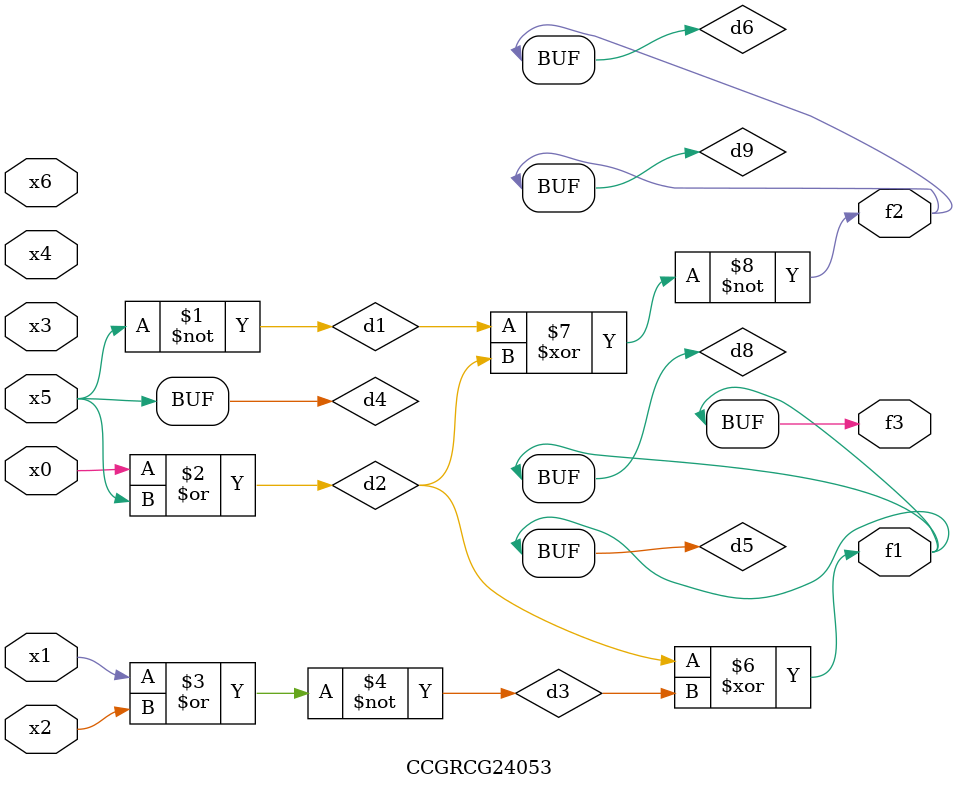
<source format=v>
module CCGRCG24053(
	input x0, x1, x2, x3, x4, x5, x6,
	output f1, f2, f3
);

	wire d1, d2, d3, d4, d5, d6, d7, d8, d9;

	nand (d1, x5);
	or (d2, x0, x5);
	nor (d3, x1, x2);
	xnor (d4, d1);
	xor (d5, d2, d3);
	xnor (d6, d1, d2);
	not (d7, x4);
	buf (d8, d5);
	xor (d9, d6);
	assign f1 = d8;
	assign f2 = d9;
	assign f3 = d8;
endmodule

</source>
